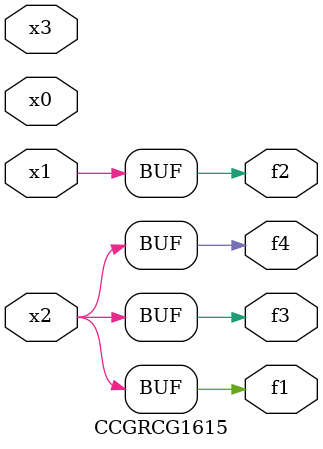
<source format=v>
module CCGRCG1615(
	input x0, x1, x2, x3,
	output f1, f2, f3, f4
);
	assign f1 = x2;
	assign f2 = x1;
	assign f3 = x2;
	assign f4 = x2;
endmodule

</source>
